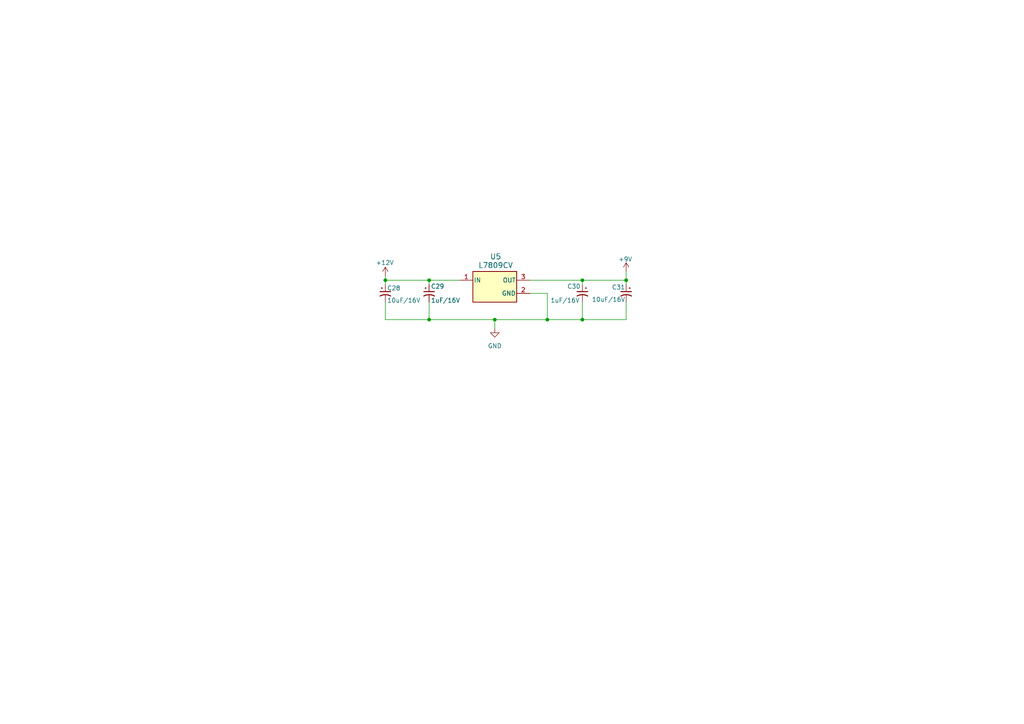
<source format=kicad_sch>
(kicad_sch (version 20231120) (generator "eeschema") (generator_version "8.0")
  (paper "A4")
  (lib_symbols
    (symbol "charge_battery_sym_lib:Cap_Tantalum_10uF_16V" (pin_numbers hide) (pin_names (offset 1.016) hide)
      (property "Reference" "C" (at 0 3.81 0))
      (property "Value" "10uF/16V" (at 0 -5.08 0))
      (symbol "Cap_Tantalum_10uF_16V_0_1"
        (polyline (pts (xy 1.016 -1.27) (xy 1.016 -0.762)))
        (polyline (pts (xy 1.27 -1.016) (xy 0.762 -1.016)))
        (polyline (pts (xy 2.032 -1.524) (xy 2.032 1.524)) (stroke (width 0.3048)))
        (arc (start 3.302 1.524) (mid 2.9134 0) (end 3.302 -1.524) (stroke (width 0.3048)))
      )
      (symbol "Cap_Tantalum_10uF_16V_1_1"
        (pin passive line (at 0 0 0) (length 2.032) (name "~") (number "1"))
        (pin passive line (at 5.08 0 180) (length 2.032) (name "~") (number "2"))
      )
    )
    (symbol "charge_battery_sym_lib:Cap_Tantalum_1uF_16V" (pin_numbers hide) (pin_names (offset 1.016) hide)
      (property "Reference" "C" (at 0 3.81 0))
      (property "Value" "1uF/16V" (at 0 -5.08 0))
      (symbol "Cap_Tantalum_1uF_16V_0_1"
        (polyline (pts (xy 1.016 -1.27) (xy 1.016 -0.762)))
        (polyline (pts (xy 1.27 -1.016) (xy 0.762 -1.016)))
        (polyline (pts (xy 2.032 -1.524) (xy 2.032 1.524)) (stroke (width 0.3048)))
        (arc (start 3.302 1.524) (mid 2.9134 0) (end 3.302 -1.524) (stroke (width 0.3048)))
      )
      (symbol "Cap_Tantalum_1uF_16V_1_1"
        (pin passive line (at 0 0 0) (length 2.032) (name "~") (number "1"))
        (pin passive line (at 5.08 0 180) (length 2.032) (name "~") (number "2"))
      )
    )
    (symbol "charge_battery_sym_lib:L7809CV" (pin_names (offset 0.254))
      (property "Reference" "U" (at 6.096 13.462 0))
      (property "Value" "L7809CV" (at 6.096 10.922 0))
      (symbol "L7809CV_0_1"
        (rectangle (start 0 8.89) (end 12.7 0) (stroke (width 0.254)) (fill (type background)))
        (pin power_in line (at -3.81 6.35 0) (length 3.81) (name "IN") (number "1"))
        (pin power_in line (at 16.51 2.54 180) (length 3.81) (name "GND") (number "2"))
        (pin power_in line (at 16.51 6.35 180) (length 3.81) (name "OUT") (number "3"))
      )
    )
    (symbol "power:+5V" (power) (pin_numbers hide) (pin_names (offset 0) hide)
      (property "Value" "+5V" (at 0 3.556 0))
      (symbol "+5V_0_1"
        (polyline (pts (xy -0.762 1.27) (xy 0 2.54)))
        (polyline (pts (xy 0 0) (xy 0 2.54)))
        (polyline (pts (xy 0 2.54) (xy 0.762 1.27)))
      )
      (symbol "+5V_1_1"
        (pin power_in line (at 0 0 90) (length 0) (name "~") (number "1"))
      )
    )
    (symbol "power:+9V" (power) (pin_numbers hide) (pin_names (offset 0) hide)
      (property "Value" "+9V" (at 0 3.556 0))
      (symbol "+9V_0_1"
        (polyline (pts (xy -0.762 1.27) (xy 0 2.54)))
        (polyline (pts (xy 0 0) (xy 0 2.54)))
        (polyline (pts (xy 0 2.54) (xy 0.762 1.27)))
      )
      (symbol "+9V_1_1"
        (pin power_in line (at 0 0 90) (length 0) (name "~") (number "1"))
      )
    )
    (symbol "power:GND" (power) (pin_numbers hide) (pin_names (offset 0) hide)
      (property "Value" "GND" (at 0 -3.81 0))
      (symbol "GND_0_1"
        (polyline (pts (xy 0 0) (xy 0 -1.27) (xy 1.27 -1.27) (xy 0 -2.54) (xy -1.27 -1.27) (xy 0 -1.27)))
      )
      (symbol "GND_1_1"
        (pin power_in line (at 0 0 270) (length 0) (name "~") (number "1"))
      )
    )
  )
  (junction (at 168.91 92.71))
  (junction (at 168.91 81.28))
  (junction (at 124.46 81.28))
  (junction (at 111.76 81.28))
  (junction (at 158.75 92.71))
  (junction (at 124.46 92.71))
  (junction (at 143.51 92.71))
  (junction (at 181.61 81.28))
  (wire (pts (xy 168.91 81.28) (xy 168.91 82.55)))
  (wire (pts (xy 181.61 78.74) (xy 181.61 81.28)))
  (wire (pts (xy 111.76 80.01) (xy 111.76 81.28)))
  (wire (pts (xy 153.67 85.09) (xy 158.75 85.09)))
  (wire (pts (xy 143.51 95.25) (xy 143.51 92.71)))
  (wire (pts (xy 111.76 87.63) (xy 111.76 92.71)))
  (wire (pts (xy 158.75 92.71) (xy 168.91 92.71)))
  (wire (pts (xy 124.46 81.28) (xy 133.35 81.28)))
  (wire (pts (xy 143.51 92.71) (xy 158.75 92.71)))
  (wire (pts (xy 124.46 92.71) (xy 143.51 92.71)))
  (wire (pts (xy 168.91 81.28) (xy 181.61 81.28)))
  (wire (pts (xy 124.46 81.28) (xy 124.46 82.55)))
  (wire (pts (xy 181.61 81.28) (xy 181.61 82.55)))
  (wire (pts (xy 111.76 82.55) (xy 111.76 81.28)))
  (wire (pts (xy 124.46 87.63) (xy 124.46 92.71)))
  (wire (pts (xy 111.76 81.28) (xy 124.46 81.28)))
  (wire (pts (xy 111.76 92.71) (xy 124.46 92.71)))
  (wire (pts (xy 158.75 85.09) (xy 158.75 92.71)))
  (wire (pts (xy 168.91 87.63) (xy 168.91 92.71)))
  (wire (pts (xy 168.91 92.71) (xy 181.61 92.71)))
  (wire (pts (xy 181.61 87.63) (xy 181.61 92.71)))
  (wire (pts (xy 153.67 81.28) (xy 168.91 81.28)))
  (symbol (lib_id "charge_battery_sym_lib:Cap_Tantalum_10uF_16V") (at 181.61 82.55 90) (mirror x) (unit 1)
    (property "Reference" "C31" (at 181.356 83.312 90) (effects (justify left)))
    (property "Value" "10uF/16V" (at 181.356 86.868 90) (effects (justify left)))
    (property "Footprint" "charge_battery_footprint_lib:Tan_Cap_A" (effects (hide yes)))
    (property "Description" "TAJA105K016RNJ" (effects (hide yes)))
    (property "Supply name" "Thegioiic" (effects (hide yes)))
    (property "Supply part number" "Tụ Tantalum 10uF 16V 2312 TAJC106K016RNJ" (effects (hide yes)))
    (property "Supply URL" "https://www.thegioiic.com/tu-tantalum-10uf-16v-2312-tajc106k016rnj" (effects (hide yes)))
  )
  (symbol (lib_id "power:+9V") (at 181.61 78.74 0) (unit 1)
    (property "Reference" "#PWR034" (effects (hide yes)))
    (property "Value" "+9V" (at 181.356 75.184 0))
    (property "Description" "Power symbol creates a global label with name \"+9V\"" (effects (hide yes)))
  )
  (symbol (lib_id "power:GND") (at 143.51 95.25 0) (unit 1)
    (property "Reference" "#PWR033" (effects (hide yes)))
    (property "Value" "GND" (at 143.51 100.33 0))
    (property "Description" "Power symbol creates a global label with name \"GND\" , ground" (effects (hide yes)))
  )
  (symbol (lib_id "charge_battery_sym_lib:L7809CV") (at 137.16 87.63 0) (unit 1)
    (property "Reference" "U5" (at 143.764 74.422 0) (effects (font (size 1.524 1.524))))
    (property "Value" "L7809CV" (at 143.764 76.962 0) (effects (font (size 1.524 1.524))))
    (property "Footprint" "Package_TO_SOT_THT:TO-220-3_Horizontal_TabDown" (effects (hide yes)))
    (property "Datasheet" "https://www.st.com/resource/en/datasheet/l78.pdf" (effects (hide yes)))
    (property "Description" "Linear Regulators - Standard" (effects (hide yes)))
    (property "Supply Name" "TME" (effects (hide yes)))
    (property "Supply Number" "L7809CV" (effects (hide yes)))
    (property "Supply name" "TME" (effects (hide yes)))
    (property "Supply part number" "L7809CV" (effects (hide yes)))
    (property "Supply URL" "http://www.tme.vn/Product.aspx?id=2484#page=pro_info" (effects (hide yes)))
  )
  (symbol (lib_id "charge_battery_sym_lib:Cap_Tantalum_1uF_16V") (at 168.91 82.55 90) (mirror x) (unit 1)
    (property "Reference" "C30" (at 168.402 83.058 90) (effects (justify left)))
    (property "Value" "1uF/16V" (at 168.148 87.122 90) (effects (justify left)))
    (property "Footprint" "charge_battery_footprint_lib:Tan_Cap_A" (effects (hide yes)))
    (property "Description" "TAJA105K016RNJ" (effects (hide yes)))
    (property "Supply name" "Thegioiic" (effects (hide yes)))
    (property "Supply part number" "Tụ Tantalum 1uF 16V 1206 TAJA105K016RNJ" (effects (hide yes)))
    (property "Supply URL" "https://www.thegioiic.com/tu-tantalum-1uf-16v-1206-taja105k016rnj" (effects (hide yes)))
  )
  (symbol (lib_id "charge_battery_sym_lib:Cap_Tantalum_10uF_16V") (at 111.76 82.55 270) (unit 1)
    (property "Reference" "C28" (at 112.268 83.566 90) (effects (justify left)))
    (property "Value" "10uF/16V" (at 112.268 87.122 90) (effects (justify left)))
    (property "Footprint" "charge_battery_footprint_lib:Tan_Cap_A" (effects (hide yes)))
    (property "Description" "TAJA105K016RNJ" (effects (hide yes)))
    (property "Supply name" "Thegioiic" (effects (hide yes)))
    (property "Supply part number" "Tụ Tantalum 10uF 16V 2312 TAJC106K016RNJ" (effects (hide yes)))
    (property "Supply URL" "https://www.thegioiic.com/tu-tantalum-10uf-16v-2312-tajc106k016rnj" (effects (hide yes)))
  )
  (symbol (lib_id "power:+5V") (at 111.76 80.01 0) (unit 1)
    (property "Reference" "#PWR032" (effects (hide yes)))
    (property "Value" "+12V" (at 108.966 76.2 0) (effects (justify left)))
    (property "Description" "Power symbol creates a global label with name \"+5V\"" (effects (hide yes)))
  )
  (symbol (lib_id "charge_battery_sym_lib:Cap_Tantalum_1uF_16V") (at 124.46 82.55 270) (unit 1)
    (property "Reference" "C29" (at 124.968 83.058 90) (effects (justify left)))
    (property "Value" "1uF/16V" (at 124.968 87.122 90) (effects (justify left)))
    (property "Footprint" "charge_battery_footprint_lib:Tan_Cap_A" (effects (hide yes)))
    (property "Description" "TAJA105K016RNJ" (effects (hide yes)))
    (property "Supply name" "Thegioiic" (effects (hide yes)))
    (property "Supply part number" "Tụ Tantalum 1uF 16V 1206 TAJA105K016RNJ" (effects (hide yes)))
    (property "Supply URL" "https://www.thegioiic.com/tu-tantalum-1uf-16v-1206-taja105k016rnj" (effects (hide yes)))
  )
)
</source>
